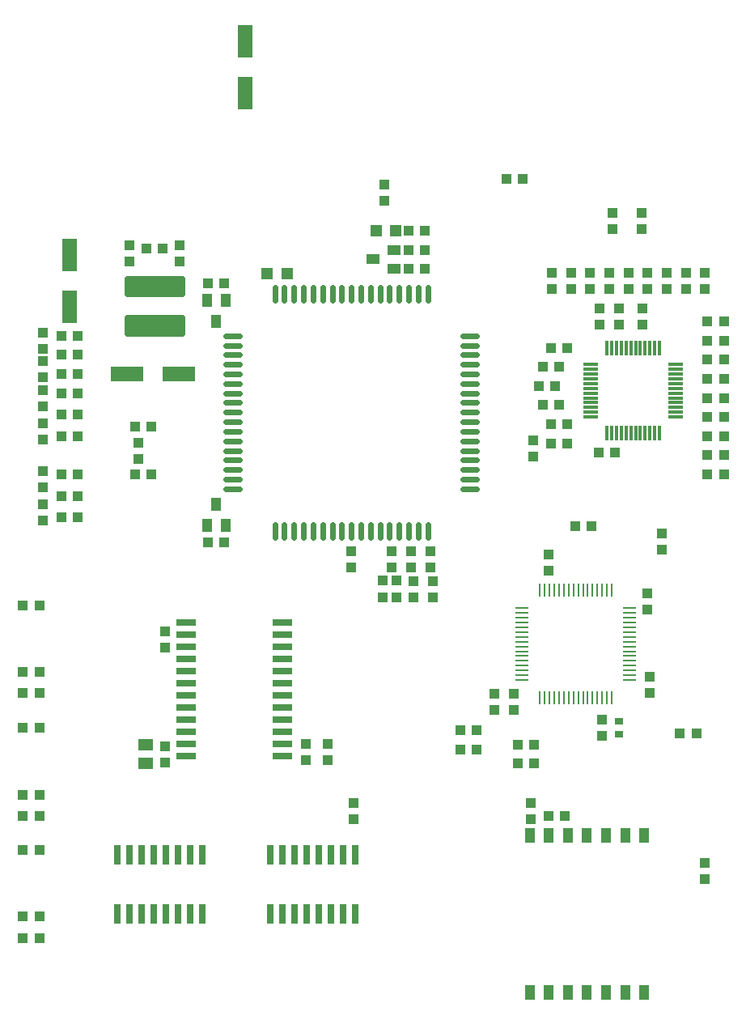
<source format=gtp>
G75*
G70*
%OFA0B0*%
%FSLAX24Y24*%
%IPPOS*%
%LPD*%
%AMOC8*
5,1,8,0,0,1.08239X$1,22.5*
%
%ADD10R,0.0394X0.0433*%
%ADD11R,0.0433X0.0394*%
%ADD12R,0.0630X0.0512*%
%ADD13R,0.0630X0.1378*%
%ADD14R,0.0425X0.0413*%
%ADD15C,0.0236*%
%ADD16R,0.0260X0.0800*%
%ADD17R,0.0800X0.0260*%
%ADD18R,0.0354X0.0276*%
%ADD19R,0.0472X0.0472*%
%ADD20R,0.0551X0.0394*%
%ADD21R,0.0110X0.0580*%
%ADD22R,0.0580X0.0110*%
%ADD23R,0.0118X0.0591*%
%ADD24R,0.0591X0.0118*%
%ADD25R,0.0394X0.0591*%
%ADD26R,0.1378X0.0630*%
%ADD27C,0.0217*%
%ADD28R,0.0394X0.0551*%
D10*
X012114Y013787D03*
X012114Y014457D03*
X012114Y018512D03*
X012114Y019181D03*
X013896Y022833D03*
X014565Y022833D03*
X011031Y026287D03*
X011031Y026957D03*
X007094Y027075D03*
X007094Y027744D03*
X007094Y028453D03*
X007094Y029122D03*
X007094Y029634D03*
X007094Y030303D03*
X007094Y030815D03*
X007094Y031484D03*
X010638Y034407D03*
X010638Y035077D03*
X012705Y035077D03*
X012705Y034407D03*
X013896Y033512D03*
X014565Y033512D03*
X022163Y034102D03*
X022163Y034890D03*
X022833Y034890D03*
X022833Y034102D03*
X022833Y035677D03*
X022163Y035677D03*
X026199Y037793D03*
X026868Y037793D03*
X028059Y033945D03*
X028059Y033276D03*
X029634Y033276D03*
X029634Y033945D03*
X030421Y033945D03*
X030421Y033276D03*
X030028Y032469D03*
X030028Y031799D03*
X030815Y031799D03*
X030815Y032469D03*
X031799Y032469D03*
X031799Y031799D03*
X031996Y033276D03*
X031996Y033945D03*
X034467Y031937D03*
X035136Y031937D03*
X035136Y031150D03*
X035136Y030362D03*
X034467Y030362D03*
X034467Y031150D03*
X034467Y029575D03*
X035136Y029575D03*
X035136Y028787D03*
X035136Y028000D03*
X034467Y028000D03*
X034467Y028787D03*
X034467Y027213D03*
X035136Y027213D03*
X035136Y026425D03*
X035136Y025638D03*
X034467Y025638D03*
X034467Y026425D03*
X032587Y023217D03*
X032587Y022547D03*
X031996Y020756D03*
X031996Y020087D03*
X032094Y017311D03*
X032094Y016642D03*
X030126Y015539D03*
X030126Y014870D03*
X026484Y015953D03*
X026484Y016622D03*
X025697Y016622D03*
X025697Y015953D03*
X023138Y020579D03*
X023138Y021248D03*
X022350Y021248D03*
X022350Y020579D03*
X019791Y021809D03*
X019791Y022478D03*
X018807Y014555D03*
X018807Y013886D03*
X017921Y013886D03*
X017921Y014555D03*
X027911Y021661D03*
X027911Y022331D03*
X027272Y026386D03*
X027272Y027055D03*
X028020Y026917D03*
X028689Y026917D03*
X007094Y025776D03*
X007094Y025106D03*
X007094Y024398D03*
X007094Y023728D03*
D11*
X006268Y006543D03*
X006937Y006543D03*
X006937Y007429D03*
X006268Y007429D03*
X006268Y010185D03*
X006937Y010185D03*
X006937Y011563D03*
X006268Y011563D03*
X006268Y012449D03*
X006937Y012449D03*
X006937Y015205D03*
X006268Y015205D03*
X006268Y016632D03*
X006937Y016632D03*
X006937Y017518D03*
X006268Y017518D03*
X006268Y020224D03*
X006937Y020224D03*
X007843Y023866D03*
X008512Y023866D03*
X008512Y024752D03*
X007843Y024752D03*
X007843Y025638D03*
X008512Y025638D03*
X008512Y027213D03*
X007843Y027213D03*
X007843Y028098D03*
X008512Y028098D03*
X008512Y028984D03*
X007843Y028984D03*
X007843Y029772D03*
X007843Y030559D03*
X008512Y030559D03*
X008512Y029772D03*
X008512Y031346D03*
X007843Y031346D03*
X010894Y027606D03*
X011563Y027606D03*
X011563Y025638D03*
X010894Y025638D03*
X011337Y034939D03*
X012006Y034939D03*
X021169Y036917D03*
X021169Y037587D03*
X027675Y030067D03*
X027528Y029280D03*
X028197Y029280D03*
X028344Y030067D03*
X028020Y030854D03*
X028689Y030854D03*
X028344Y028492D03*
X027675Y028492D03*
X028020Y027705D03*
X028689Y027705D03*
X029988Y026524D03*
X030657Y026524D03*
X029673Y023522D03*
X029004Y023522D03*
X023039Y022478D03*
X023039Y021809D03*
X022252Y021809D03*
X022252Y022478D03*
X021465Y022478D03*
X021465Y021809D03*
X024280Y015106D03*
X024949Y015106D03*
X024949Y014319D03*
X024280Y014319D03*
X026642Y014516D03*
X027311Y014516D03*
X027311Y013728D03*
X026642Y013728D03*
X027173Y012094D03*
X027173Y011425D03*
X027921Y011563D03*
X028591Y011563D03*
X033335Y014959D03*
X034004Y014959D03*
X034358Y009634D03*
X034358Y008965D03*
X019890Y011425D03*
X019890Y012094D03*
X028846Y033276D03*
X028846Y033945D03*
X030569Y035736D03*
X030569Y036406D03*
X031750Y036406D03*
X031750Y035736D03*
X031209Y033945D03*
X031209Y033276D03*
X032783Y033276D03*
X032783Y033945D03*
X033571Y033945D03*
X033571Y033276D03*
X034358Y033276D03*
X034358Y033945D03*
D12*
X011327Y014516D03*
X011327Y013728D03*
D13*
X008177Y032547D03*
X008177Y034673D03*
X015411Y041356D03*
X015411Y043482D03*
D14*
X021071Y021258D03*
X021661Y021258D03*
X021661Y020569D03*
X021071Y020569D03*
D15*
X020972Y023040D02*
X020972Y023590D01*
X020579Y023590D02*
X020579Y023040D01*
X020185Y023040D02*
X020185Y023590D01*
X019791Y023590D02*
X019791Y023040D01*
X019398Y023040D02*
X019398Y023590D01*
X019004Y023590D02*
X019004Y023040D01*
X018610Y023040D02*
X018610Y023590D01*
X018217Y023590D02*
X018217Y023040D01*
X017823Y023040D02*
X017823Y023590D01*
X017429Y023590D02*
X017429Y023040D01*
X017035Y023040D02*
X017035Y023590D01*
X016642Y023590D02*
X016642Y023040D01*
X015184Y025047D02*
X014634Y025047D01*
X014634Y025441D02*
X015184Y025441D01*
X015184Y025835D02*
X014634Y025835D01*
X014634Y026228D02*
X015184Y026228D01*
X015184Y026622D02*
X014634Y026622D01*
X014634Y027016D02*
X015184Y027016D01*
X015184Y027409D02*
X014634Y027409D01*
X014634Y027803D02*
X015184Y027803D01*
X015184Y028197D02*
X014634Y028197D01*
X014634Y028591D02*
X015184Y028591D01*
X015184Y028984D02*
X014634Y028984D01*
X014634Y029378D02*
X015184Y029378D01*
X015184Y029772D02*
X014634Y029772D01*
X014634Y030165D02*
X015184Y030165D01*
X015184Y030559D02*
X014634Y030559D01*
X014634Y030953D02*
X015184Y030953D01*
X015184Y031346D02*
X014634Y031346D01*
X016642Y032804D02*
X016642Y033354D01*
X017035Y033354D02*
X017035Y032804D01*
X017429Y032804D02*
X017429Y033354D01*
X017823Y033354D02*
X017823Y032804D01*
X018217Y032804D02*
X018217Y033354D01*
X018610Y033354D02*
X018610Y032804D01*
X019004Y032804D02*
X019004Y033354D01*
X019398Y033354D02*
X019398Y032804D01*
X019791Y032804D02*
X019791Y033354D01*
X020185Y033354D02*
X020185Y032804D01*
X020579Y032804D02*
X020579Y033354D01*
X020972Y033354D02*
X020972Y032804D01*
X021366Y032804D02*
X021366Y033354D01*
X021760Y033354D02*
X021760Y032804D01*
X022154Y032804D02*
X022154Y033354D01*
X022547Y033354D02*
X022547Y032804D01*
X022941Y032804D02*
X022941Y033354D01*
X024398Y031346D02*
X024948Y031346D01*
X024948Y030953D02*
X024398Y030953D01*
X024398Y030559D02*
X024948Y030559D01*
X024948Y030165D02*
X024398Y030165D01*
X024398Y029772D02*
X024948Y029772D01*
X024948Y029378D02*
X024398Y029378D01*
X024398Y028984D02*
X024948Y028984D01*
X024948Y028591D02*
X024398Y028591D01*
X024398Y028197D02*
X024948Y028197D01*
X024948Y027803D02*
X024398Y027803D01*
X024398Y027409D02*
X024948Y027409D01*
X024948Y027016D02*
X024398Y027016D01*
X024398Y026622D02*
X024948Y026622D01*
X024948Y026228D02*
X024398Y026228D01*
X024398Y025835D02*
X024948Y025835D01*
X024948Y025441D02*
X024398Y025441D01*
X024398Y025047D02*
X024948Y025047D01*
X022941Y023590D02*
X022941Y023040D01*
X022547Y023040D02*
X022547Y023590D01*
X022154Y023590D02*
X022154Y023040D01*
X021760Y023040D02*
X021760Y023590D01*
X021366Y023590D02*
X021366Y023040D01*
D16*
X019967Y009968D03*
X019467Y009968D03*
X018967Y009968D03*
X018467Y009968D03*
X017967Y009968D03*
X017467Y009968D03*
X016967Y009968D03*
X016467Y009968D03*
X016467Y007548D03*
X016967Y007548D03*
X017467Y007548D03*
X017967Y007548D03*
X018467Y007548D03*
X018967Y007548D03*
X019467Y007548D03*
X019967Y007548D03*
X013667Y007548D03*
X013167Y007548D03*
X012667Y007548D03*
X012167Y007548D03*
X011667Y007548D03*
X011167Y007548D03*
X010667Y007548D03*
X010167Y007548D03*
X010167Y009968D03*
X010667Y009968D03*
X011167Y009968D03*
X011667Y009968D03*
X012167Y009968D03*
X012667Y009968D03*
X013167Y009968D03*
X013667Y009968D03*
D17*
X012989Y014030D03*
X012989Y014530D03*
X012989Y015030D03*
X012989Y015530D03*
X012989Y016030D03*
X012989Y016530D03*
X012989Y017030D03*
X012989Y017530D03*
X012989Y018030D03*
X012989Y018530D03*
X012989Y019030D03*
X012989Y019530D03*
X016949Y019530D03*
X016949Y019030D03*
X016949Y018530D03*
X016949Y018030D03*
X016949Y017530D03*
X016949Y017030D03*
X016949Y016530D03*
X016949Y016030D03*
X016949Y015530D03*
X016949Y015030D03*
X016949Y014530D03*
X016949Y014030D03*
D18*
X030815Y014949D03*
X030815Y015461D03*
D19*
X017154Y033906D03*
X016327Y033906D03*
X020805Y035677D03*
X021632Y035677D03*
D20*
X021553Y034870D03*
X021553Y034122D03*
X020687Y034496D03*
D21*
X027563Y020860D03*
X027763Y020860D03*
X027963Y020860D03*
X028153Y020860D03*
X028353Y020860D03*
X028553Y020860D03*
X028743Y020860D03*
X028943Y020860D03*
X029143Y020860D03*
X029343Y020860D03*
X029533Y020860D03*
X029733Y020860D03*
X029933Y020860D03*
X030123Y020860D03*
X030323Y020860D03*
X030523Y020860D03*
X030523Y016440D03*
X030323Y016440D03*
X030123Y016440D03*
X029933Y016440D03*
X029733Y016440D03*
X029533Y016440D03*
X029343Y016440D03*
X029143Y016440D03*
X028943Y016440D03*
X028743Y016440D03*
X028553Y016440D03*
X028353Y016440D03*
X028153Y016440D03*
X027963Y016440D03*
X027763Y016440D03*
X027563Y016440D03*
D22*
X026833Y017170D03*
X026833Y017370D03*
X026833Y017570D03*
X026833Y017760D03*
X026833Y017960D03*
X026833Y018160D03*
X026833Y018350D03*
X026833Y018550D03*
X026833Y018750D03*
X026833Y018950D03*
X026833Y019140D03*
X026833Y019340D03*
X026833Y019540D03*
X026833Y019730D03*
X026833Y019930D03*
X026833Y020130D03*
X031253Y020130D03*
X031253Y019930D03*
X031253Y019730D03*
X031253Y019540D03*
X031253Y019340D03*
X031253Y019140D03*
X031253Y018950D03*
X031253Y018750D03*
X031253Y018550D03*
X031253Y018350D03*
X031253Y018160D03*
X031253Y017960D03*
X031253Y017760D03*
X031253Y017570D03*
X031253Y017370D03*
X031253Y017170D03*
D23*
X031307Y027331D03*
X031110Y027331D03*
X030913Y027331D03*
X030717Y027331D03*
X030520Y027331D03*
X030323Y027331D03*
X031504Y027331D03*
X031701Y027331D03*
X031898Y027331D03*
X032094Y027331D03*
X032291Y027331D03*
X032488Y027331D03*
X032488Y030835D03*
X032291Y030835D03*
X032094Y030835D03*
X031898Y030835D03*
X031701Y030835D03*
X031504Y030835D03*
X031307Y030835D03*
X031110Y030835D03*
X030913Y030835D03*
X030717Y030835D03*
X030520Y030835D03*
X030323Y030835D03*
D24*
X029654Y030165D03*
X029654Y029969D03*
X029654Y029772D03*
X029654Y029575D03*
X029654Y029378D03*
X029654Y029181D03*
X029654Y028984D03*
X029654Y028787D03*
X029654Y028591D03*
X029654Y028394D03*
X029654Y028197D03*
X029654Y028000D03*
X033157Y028000D03*
X033157Y028197D03*
X033157Y028394D03*
X033157Y028591D03*
X033157Y028787D03*
X033157Y028984D03*
X033157Y029181D03*
X033157Y029378D03*
X033157Y029575D03*
X033157Y029772D03*
X033157Y029969D03*
X033157Y030165D03*
D25*
X031862Y010764D03*
X031075Y010764D03*
X030287Y010764D03*
X029500Y010764D03*
X028713Y010764D03*
X027925Y010764D03*
X027138Y010764D03*
X027138Y004307D03*
X027925Y004307D03*
X028713Y004307D03*
X029500Y004307D03*
X030287Y004307D03*
X031075Y004307D03*
X031862Y004307D03*
D26*
X012685Y029772D03*
X010559Y029772D03*
D27*
X010539Y032095D02*
X012803Y032095D01*
X012803Y031445D01*
X010539Y031445D01*
X010539Y032095D01*
X010539Y031661D02*
X012803Y031661D01*
X012803Y031877D02*
X010539Y031877D01*
X010539Y032093D02*
X012803Y032093D01*
X012803Y033059D02*
X010539Y033059D01*
X010539Y033709D01*
X012803Y033709D01*
X012803Y033059D01*
X012803Y033275D02*
X010539Y033275D01*
X010539Y033491D02*
X012803Y033491D01*
X012803Y033707D02*
X010539Y033707D01*
D28*
X013856Y032813D03*
X014604Y032813D03*
X014230Y031947D03*
X014230Y024398D03*
X013856Y023531D03*
X014604Y023531D03*
M02*

</source>
